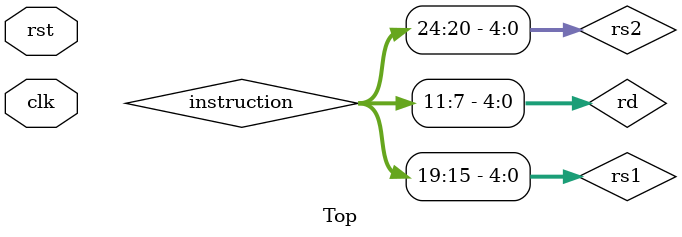
<source format=v>
module Top(
    input clk, 
    input rst
);
    wire [31:0]pc,next_pc,pc_plus4,read_data1,read_data2,write_data,imm_value,instruction,alu_srcB,alu_result,mem_read_data,branch_target;
    wire RegWrite,MemRead,MemWrite,MemToReg,ALUSrc,Branch,ALUOp0,ALUOp1,zero;
    wire [4:0]rs1=instruction[19:15];
    wire [4:0]rs2=instruction[24:20];
    wire [4:0]rd=instruction[11:7];
    wire [3:0]alu_control;
   

    program_counter module1(
        .clk(clk),
        .reset(rst),
        .next_pc(next_pc),
        .pc(pc)
    );

    PC_Adder module2(
        .pc_in(pc),
        .pc_out(pc_plus4)
    );

    instruction_memory module3(
        .read_address({pc[31:2],2'b00}),
        .instruction(instruction)
    );

    Control module4(
        .opcode(instruction[6:0]),
        .RegWrite(RegWrite),
        .MemRead(MemRead),
        .MemWrite(MemWrite),
        .MemToReg(MemToReg),
        .ALUSrc(ALUSrc),
        .Branch(Branch),
        .ALUOp0(ALUOp0),
        .ALUOp1(ALUOp1)
    );

    registers module5(
        .clk(clk),
        .rst(rst),
        .write_data(write_data),
        .write_register(rd),
        .read_register1(rs1),
        .read_register2(rs2),
        .reg_write(RegWrite),
        .read_data1(read_data1),
        .read_data2(read_data2)
    );

    Imm_Gen module6(
        .Imm_Gen_In(instruction),
        .Imm_gen_Out(imm_value)
    );

    mux2x1_32bit module7(
        .in1(imm_value),
        .in0(read_data2),
        .sel(ALUSrc),
        .out(alu_srcB)
    );

    Branch_Adder module8(
        .PC(pc),
        .offset(imm_value),
        .destination(branch_target)
    );

    ALU module9(
        .data1(read_data1),
        .data2(alu_srcB),
        .Alu_control(alu_control),
        .zero(zero),
        .ALU_result(alu_result)
    );


    ALU_Control module10(
        .funct3(instruction[14:12]),
        .funct7(instruction[31:25]),
        .ALUOp0(ALUOp0),
        .ALUOp1(ALUOp1),
        .ALUcontrol_Out(alu_control)
    );
    
    mux2x1_32bit module11(//PC source mux..branch or sequential
        .in1(branch_target),
        .in0(pc_plus4),
        .sel(Branch & zero),
        .out(next_pc)
    );
    
    data_memory module12(
        .clk(clk),
        .rst(rst),
        .MemRead(MemRead),
        .MemWrite(MemWrite),
        .address(alu_result),
        .write_data(read_data2),
        .read_data(mem_read_data)
    );

    
    //Result source mux....ALU or memory
    mux2x1_32bit module13(
        .in1(mem_read_data),
        .in0(alu_result),
        .sel(MemToReg),
        .out(write_data)
    );


endmodule

</source>
